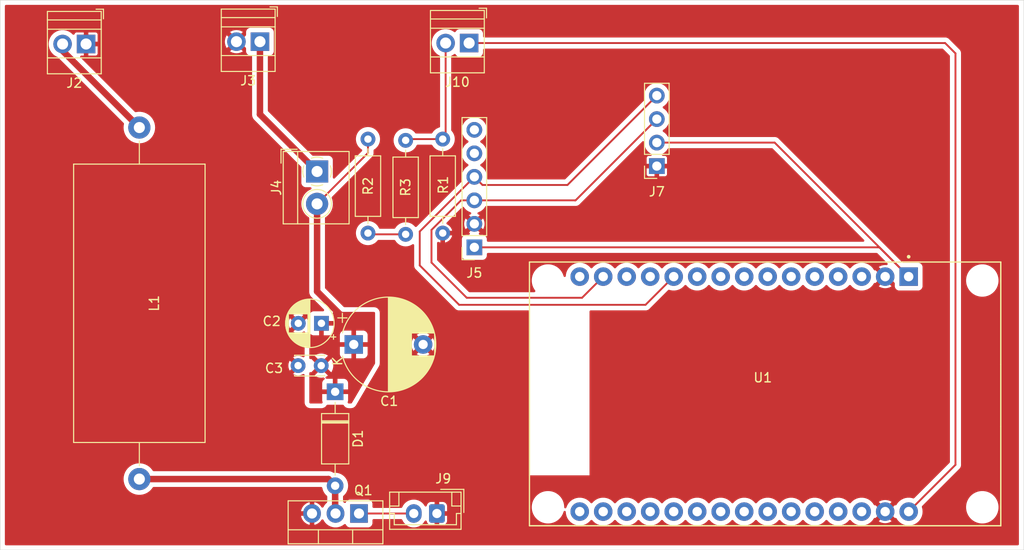
<source format=kicad_pcb>
(kicad_pcb (version 20240108) (generator "pcbnew") (generator_version "8.0")
  (layers (0 "F.Cu" signal) (31 "B.Cu" signal) (34 "B.Paste" user) (35 "F.Paste" user) (36 "B.SilkS" user "B.Silkscreen") (37 "F.SilkS" user "F.Silkscreen") (38 "B.Mask" user) (39 "F.Mask" user) (44 "Edge.Cuts" user))
  (net 0 "")
  (net 1 "pwm")
  (net 2 "GND")
  (net 3 "INA_Vin-")
  (net 4 "Net-(D1-A)")
  (net 5 "I2C_Scl")
  (net 6 "I2C_Sda")
  (net 7 "3V3")
  (net 8 "Net-(J2-Pin_2)")
  (net 9 "INA_Vin+")
  (net 12 "12V")
  (net 13 "5.2V_feedback")
  (net 14 "Net-(R2-Pad2)")
  (footprint "Capacitor_THT:CP_Radial_D10.0mm_P7.50mm" (layer "F.Cu") (at 120.8823 83.28)
    (property "Reference" "C1" (at 3.831677 6.128 0) (layer "F.SilkS"))
    (property "Value" "100uF")
    (pad "1" thru_hole rect (at 0 0) (size 2 2) (drill 1) (layers "*.Cu" "*.Mask") (net 3 "INA_Vin-"))
    (pad "2" thru_hole circle (at 7.5 0) (size 2 2) (drill 1) (layers "*.Cu" "*.Mask") (net 2 "GND"))
  )
  (footprint "Package_TO_SOT_THT:TO-220-3_Vertical" (layer "F.Cu") (at 121.452 101.552 180)
    (property "Reference" "Q1" (at -0.468 2.492 0) (layer "F.SilkS"))
    (property "Value" "IRF740")
    (pad "1" thru_hole rect (at 0 0 180) (size 1.905 2) (drill 1.1) (layers "*.Cu" "*.Mask") (net 1 "pwm"))
    (pad "2" thru_hole oval (at 2.54 0 180) (size 1.905 2) (drill 1.1) (layers "*.Cu" "*.Mask") (net 4 "Net-(D1-A)"))
    (pad "3" thru_hole oval (at 5.08 0 180) (size 1.905 2) (drill 1.1) (layers "*.Cu" "*.Mask") (net 2 "GND"))
  )
  (footprint "TerminalBlock:TerminalBlock_Xinya_XY308-2.54-2P_1x02_P2.54mm_Horizontal" (layer "F.Cu") (at 110.744 50.546 180)
    (property "Reference" "J3" (at 1.27 -4.22 0) (layer "F.SilkS"))
    (property "Value" "Vo 48V")
    (pad "1" thru_hole rect (at 0 0 180) (size 2 2) (drill 1.2) (layers "*.Cu" "*.Mask") (net 9 "INA_Vin+"))
    (pad "2" thru_hole circle (at 2.54 0 180) (size 2 2) (drill 1.2) (layers "*.Cu" "*.Mask") (net 2 "GND"))
  )
  (footprint "Capacitor_THT:CP_Radial_D5.0mm_P2.50mm" (layer "F.Cu") (at 117.388 80.994 180)
    (property "Reference" "C2" (at 5.374 0.222 0) (layer "F.SilkS"))
    (property "Value" "22uF")
    (pad "1" thru_hole rect (at 0 0 180) (size 1.6 1.6) (drill 0.8) (layers "*.Cu" "*.Mask") (net 3 "INA_Vin-"))
    (pad "2" thru_hole circle (at 2.5 0 180) (size 1.6 1.6) (drill 0.8) (layers "*.Cu" "*.Mask") (net 2 "GND"))
  )
  (footprint "Diode_THT:D_A-405_P10.16mm_Horizontal" (layer "F.Cu") (at 118.872 88.392 -90)
    (property "Reference" "D1" (at 5.08 -2.47 90) (layer "F.SilkS"))
    (property "Value" "~")
    (fp_text user "K" (at -3.302 -0.254 90) (layer "F.SilkS"))
    (pad "1" thru_hole rect (at 0 0 270) (size 1.8 1.8) (drill 0.9) (layers "*.Cu" "*.Mask") (net 3 "INA_Vin-"))
    (pad "2" thru_hole oval (at 10.16 0 270) (size 1.8 1.8) (drill 0.9) (layers "*.Cu" "*.Mask") (net 4 "Net-(D1-A)"))
  )
  (footprint "TerminalBlock_4Ucon:TerminalBlock_4Ucon_1x02_P3.50mm_Horizontal" (layer "F.Cu") (at 116.92 64.58 -90)
    (property "Reference" "J4" (at 1.75 4.398 90) (layer "F.SilkS"))
    (property "Value" "INA219_01x02_Socket_3.5mm")
    (pad "1" thru_hole rect (at 0 0 270) (size 2.4 2.4) (drill 1.2) (layers "*.Cu" "*.Mask") (net 9 "INA_Vin+"))
    (pad "2" thru_hole circle (at 3.5 0 270) (size 2.4 2.4) (drill 1.2) (layers "*.Cu" "*.Mask") (net 3 "INA_Vin-"))
  )
  (footprint "footprints_and_symbols:MODULE_ESP32_DEVKIT_V1" (layer "F.Cu") (at 165.354 88.646 -90)
    (property "Reference" "U1" (at -1.778 0.254 0) (layer "F.SilkS"))
    (property "Value" "ESP32-DEVKIT-V1")
    (pad "" np_thru_hole circle (at -12.28 -23.475 270) (size 3 3) (drill 3) (layers "*.Cu" "*.Mask"))
    (pad "" np_thru_hole circle (at -12.28 23.475 270) (size 3 3) (drill 3) (layers "*.Cu" "*.Mask"))
    (pad "" np_thru_hole circle (at 12.23 -23.475 270) (size 3 3) (drill 3) (layers "*.Cu" "*.Mask"))
    (pad "" np_thru_hole circle (at 12.23 23.475 270) (size 3 3) (drill 3) (layers "*.Cu" "*.Mask"))
    (pad "1" thru_hole rect (at -12.7 -15.515 270) (size 2 2) (drill 1.02) (layers "*.Cu" "*.Mask") (net 7 "3V3"))
    (pad "2" thru_hole circle (at -12.7 -12.975 270) (size 2 2) (drill 1.02) (layers "*.Cu" "*.Mask") (net 2 "GND"))
    (pad "3" thru_hole circle (at -12.7 -10.435 270) (size 2 2) (drill 1.02) (layers "*.Cu" "*.Mask"))
    (pad "4" thru_hole circle (at -12.7 -7.895 270) (size 2 2) (drill 1.02) (layers "*.Cu" "*.Mask"))
    (pad "5" thru_hole circle (at -12.7 -5.355 270) (size 2 2) (drill 1.02) (layers "*.Cu" "*.Mask"))
    (pad "6" thru_hole circle (at -12.7 -2.815 270) (size 2 2) (drill 1.02) (layers "*.Cu" "*.Mask"))
    (pad "7" thru_hole circle (at -12.7 -0.275 270) (size 2 2) (drill 1.02) (layers "*.Cu" "*.Mask"))
    (pad "8" thru_hole circle (at -12.7 2.265 270) (size 2 2) (drill 1.02) (layers "*.Cu" "*.Mask"))
    (pad "9" thru_hole circle (at -12.7 4.805 270) (size 2 2) (drill 1.02) (layers "*.Cu" "*.Mask"))
    (pad "10" thru_hole circle (at -12.7 7.345 270) (size 2 2) (drill 1.02) (layers "*.Cu" "*.Mask"))
    (pad "11" thru_hole circle (at -12.7 9.885 270) (size 2 2) (drill 1.02) (layers "*.Cu" "*.Mask") (net 6 "I2C_Sda"))
    (pad "12" thru_hole circle (at -12.7 12.425 270) (size 2 2) (drill 1.02) (layers "*.Cu" "*.Mask"))
    (pad "13" thru_hole circle (at -12.7 14.965 270) (size 2 2) (drill 1.02) (layers "*.Cu" "*.Mask"))
    (pad "14" thru_hole circle (at -12.7 17.505 270) (size 2 2) (drill 1.02) (layers "*.Cu" "*.Mask") (net 5 "I2C_Scl"))
    (pad "15" thru_hole circle (at -12.7 20.045 270) (size 2 2) (drill 1.02) (layers "*.Cu" "*.Mask"))
    (pad "16" thru_hole circle (at 12.7 20.045 270) (size 2 2) (drill 1.02) (layers "*.Cu" "*.Mask"))
    (pad "17" thru_hole circle (at 12.7 17.505 270) (size 2 2) (drill 1.02) (layers "*.Cu" "*.Mask"))
    (pad "18" thru_hole circle (at 12.7 14.965 270) (size 2 2) (drill 1.02) (layers "*.Cu" "*.Mask"))
    (pad "19" thru_hole circle (at 12.7 12.425 270) (size 2 2) (drill 1.02) (layers "*.Cu" "*.Mask"))
    (pad "20" thru_hole circle (at 12.7 9.885 270) (size 2 2) (drill 1.02) (layers "*.Cu" "*.Mask"))
    (pad "21" thru_hole circle (at 12.7 7.345 270) (size 2 2) (drill 1.02) (layers "*.Cu" "*.Mask"))
    (pad "22" thru_hole circle (at 12.7 4.805 270) (size 2 2) (drill 1.02) (layers "*.Cu" "*.Mask"))
    (pad "23" thru_hole circle (at 12.7 2.265 270) (size 2 2) (drill 1.02) (layers "*.Cu" "*.Mask"))
    (pad "24" thru_hole circle (at 12.7 -0.275 270) (size 2 2) (drill 1.02) (layers "*.Cu" "*.Mask"))
    (pad "25" thru_hole circle (at 12.7 -2.815 270) (size 2 2) (drill 1.02) (layers "*.Cu" "*.Mask"))
    (pad "26" thru_hole circle (at 12.7 -5.355 270) (size 2 2) (drill 1.02) (layers "*.Cu" "*.Mask"))
    (pad "27" thru_hole circle (at 12.7 -7.895 270) (size 2 2) (drill 1.02) (layers "*.Cu" "*.Mask"))
    (pad "28" thru_hole circle (at 12.7 -10.435 270) (size 2 2) (drill 1.02) (layers "*.Cu" "*.Mask"))
    (pad "29" thru_hole circle (at 12.7 -12.975 270) (size 2 2) (drill 1.02) (layers "*.Cu" "*.Mask") (net 2 "GND"))
    (pad "30" thru_hole circle (at 12.7 -15.515 270) (size 2 2) (drill 1.02) (layers "*.Cu" "*.Mask") (net 12 "12V"))
    (zone (net 0) (net_name "") (layer "F.Cu") (connect_pads (clearance 0)) (min_thickness 0.01)
      (keepout (tracks not_allowed) (vias not_allowed) (pads not_allowed) (copperpour not_allowed) (footprints allowed))
      (fill (thermal_gap 0.508) (thermal_bridge_width 0.508))
      (polygon (pts (xy 146.369 79.736) (xy 146.369 97.426) (xy 139.879 97.426) (xy 139.879 79.736)))
    )
  )
  (footprint "Resistor_THT:R_Axial_DIN0207_L6.3mm_D2.5mm_P10.16mm_Horizontal" (layer "F.Cu") (at 126.492 71.374 90)
    (property "Reference" "R3" (at 5.08 0 90) (layer "F.SilkS"))
    (property "Value" "300")
    (pad "1" thru_hole circle (at 0 0 90) (size 1.6 1.6) (drill 0.8) (layers "*.Cu" "*.Mask") (net 14 "Net-(R2-Pad2)"))
    (pad "2" thru_hole oval (at 10.16 0 90) (size 1.6 1.6) (drill 0.8) (layers "*.Cu" "*.Mask") (net 13 "5.2V_feedback"))
  )
  (footprint "Connector_PinSocket_2.54mm:PinSocket_1x06_P2.54mm_Vertical" (layer "F.Cu") (at 133.92 72.78 180)
    (property "Reference" "J5" (at 0 -2.77 0) (layer "F.SilkS"))
    (property "Value" "INA219_01x06_Socket_2.55mm")
    (pad "1" thru_hole rect (at 0 0 180) (size 1.7 1.7) (drill 1) (layers "*.Cu" "*.Mask") (net 7 "3V3"))
    (pad "2" thru_hole oval (at 0 2.54 180) (size 1.7 1.7) (drill 1) (layers "*.Cu" "*.Mask") (net 2 "GND"))
    (pad "3" thru_hole oval (at 0 5.08 180) (size 1.7 1.7) (drill 1) (layers "*.Cu" "*.Mask") (net 5 "I2C_Scl"))
    (pad "4" thru_hole oval (at 0 7.62 180) (size 1.7 1.7) (drill 1) (layers "*.Cu" "*.Mask") (net 6 "I2C_Sda"))
    (pad "5" thru_hole oval (at 0 10.16 180) (size 1.7 1.7) (drill 1) (layers "*.Cu" "*.Mask"))
    (pad "6" thru_hole oval (at 0 12.7 180) (size 1.7 1.7) (drill 1) (layers "*.Cu" "*.Mask"))
  )
  (footprint "Inductor_THT:L_Axial_L29.9mm_D14.0mm_P38.00mm_Horizontal_Vishay_IHA-105" (layer "F.Cu") (at 97.706 59.83 -90)
    (property "Reference" "L1" (at 19 -1.608 90) (layer "F.SilkS"))
    (property "Value" "1.44mH")
    (pad "1" thru_hole circle (at 0 0 270) (size 2.4 2.4) (drill 1.2) (layers "*.Cu" "*.Mask") (net 8 "Net-(J2-Pin_2)"))
    (pad "2" thru_hole oval (at 38 0 270) (size 2.4 2.4) (drill 1.2) (layers "*.Cu" "*.Mask") (net 4 "Net-(D1-A)"))
  )
  (footprint "Resistor_THT:R_Axial_DIN0207_L6.3mm_D2.5mm_P10.16mm_Horizontal" (layer "F.Cu") (at 130.5 61.08 -90)
    (property "Reference" "R1" (at 4.96 -0.056 90) (layer "F.SilkS"))
    (property "Value" "10k")
    (pad "1" thru_hole circle (at 0 0 270) (size 1.6 1.6) (drill 0.8) (layers "*.Cu" "*.Mask") (net 13 "5.2V_feedback"))
    (pad "2" thru_hole oval (at 10.16 0 270) (size 1.6 1.6) (drill 0.8) (layers "*.Cu" "*.Mask") (net 2 "GND"))
  )
  (footprint "TerminalBlock:TerminalBlock_Xinya_XY308-2.54-2P_1x02_P2.54mm_Horizontal" (layer "F.Cu") (at 91.948 50.8 180)
    (property "Reference" "J2" (at 1.27 -4.22 0) (layer "F.SilkS"))
    (property "Value" "Vi 24V")
    (pad "1" thru_hole rect (at 0 0 180) (size 2 2) (drill 1.2) (layers "*.Cu" "*.Mask") (net 2 "GND"))
    (pad "2" thru_hole circle (at 2.54 0 180) (size 2 2) (drill 1.2) (layers "*.Cu" "*.Mask") (net 8 "Net-(J2-Pin_2)"))
  )
  (footprint "Resistor_THT:R_Axial_DIN0207_L6.3mm_D2.5mm_P10.16mm_Horizontal" (layer "F.Cu") (at 122.42 61.08 -90)
    (property "Reference" "R2" (at 5.08 -0.008 90) (layer "F.SilkS"))
    (property "Value" "82k")
    (pad "1" thru_hole circle (at 0 0 270) (size 1.6 1.6) (drill 0.8) (layers "*.Cu" "*.Mask") (net 3 "INA_Vin-"))
    (pad "2" thru_hole oval (at 10.16 0 270) (size 1.6 1.6) (drill 0.8) (layers "*.Cu" "*.Mask") (net 14 "Net-(R2-Pad2)"))
  )
  (footprint "TerminalBlock:TerminalBlock_Xinya_XY308-2.54-2P_1x02_P2.54mm_Horizontal" (layer "F.Cu") (at 133.355 50.696 180)
    (property "Reference" "J10" (at 1.27 -4.22 0) (layer "F.SilkS"))
    (property "Value" "Borne_CMD_Interface")
    (pad "1" thru_hole rect (at 0 0 180) (size 2 2) (drill 1.2) (layers "*.Cu" "*.Mask") (net 12 "12V"))
    (pad "2" thru_hole circle (at 2.54 0 180) (size 2 2) (drill 1.2) (layers "*.Cu" "*.Mask") (net 13 "5.2V_feedback"))
  )
  (footprint "Connector_PinSocket_2.54mm:PinSocket_1x04_P2.54mm_Vertical" (layer "F.Cu") (at 153.645 63.998 180)
    (property "Reference" "J7" (at 0 -2.77 0) (layer "F.SilkS"))
    (property "Value" "Display_01x04_Socket")
    (pad "1" thru_hole rect (at 0 0 180) (size 1.7 1.7) (drill 1) (layers "*.Cu" "*.Mask") (net 2 "GND"))
    (pad "2" thru_hole oval (at 0 2.54 180) (size 1.7 1.7) (drill 1) (layers "*.Cu" "*.Mask") (net 7 "3V3"))
    (pad "3" thru_hole oval (at 0 5.08 180) (size 1.7 1.7) (drill 1) (layers "*.Cu" "*.Mask") (net 5 "I2C_Scl"))
    (pad "4" thru_hole oval (at 0 7.62 180) (size 1.7 1.7) (drill 1) (layers "*.Cu" "*.Mask") (net 6 "I2C_Sda"))
  )
  (footprint "Capacitor_THT:C_Disc_D3.0mm_W2.0mm_P2.50mm" (layer "F.Cu") (at 117.368 85.566 180)
    (property "Reference" "C3" (at 5.1 -0.286 0) (layer "F.SilkS"))
    (property "Value" "2.2uF")
    (pad "1" thru_hole circle (at 0 0 180) (size 1.6 1.6) (drill 0.8) (layers "*.Cu" "*.Mask") (net 3 "INA_Vin-"))
    (pad "2" thru_hole circle (at 2.5 0 180) (size 1.6 1.6) (drill 0.8) (layers "*.Cu" "*.Mask") (net 2 "GND"))
  )
  (footprint "Connector_JST:JST_EH_B2B-EH-A_1x02_P2.50mm_Vertical" (layer "F.Cu") (at 129.872 101.552 180)
    (property "Reference" "J9" (at -0.684 3.762 0) (layer "F.SilkS"))
    (property "Value" "PWM_Connector")
    (pad "1" thru_hole roundrect (at 0 0 180) (size 1.7 2) (drill 1) (layers "*.Cu" "*.Mask") (roundrect_rratio 0.147059) (net 2 "GND"))
    (pad "2" thru_hole oval (at 2.5 0 180) (size 1.7 2) (drill 1) (layers "*.Cu" "*.Mask") (net 1 "pwm"))
  )
  (gr_rect (start 82.668 46.068) (end 193.32 105.494) (stroke (width 0.05)) (fill none) (layer "Edge.Cuts"))
  (segment (start 121.452 101.552) (end 127.372 101.552) (width 0.2) (layer "F.Cu") (net 1))
  (segment (start 122.42 61.08) (end 122.42 62.58) (width 0.2) (layer "F.Cu") (net 3))
  (segment (start 122.42 62.58) (end 116.92 68.08) (width 0.2) (layer "F.Cu") (net 3))
  (segment (start 116.92 77.55) (end 119.634 80.264) (width 0.7) (layer "F.Cu") (net 3))
  (segment (start 116.92 68.08) (end 116.92 77.55) (width 0.7) (layer "F.Cu") (net 3))
  (segment (start 118.15 97.83) (end 118.872 98.552) (width 0.7) (layer "F.Cu") (net 4))
  (segment (start 118.872 100.032) (end 118.912 100.072) (width 0.2) (layer "F.Cu") (net 4))
  (segment (start 118.872 98.552) (end 118.872 100.032) (width 0.7) (layer "F.Cu") (net 4))
  (segment (start 118.872 100.032) (end 118.872 101.512) (width 0.7) (layer "F.Cu") (net 4))
  (segment (start 97.706 97.83) (end 118.15 97.83) (width 0.7) (layer "F.Cu") (net 4))
  (segment (start 118.912 100.072) (end 118.912 101.552) (width 0.2) (layer "F.Cu") (net 4))
  (segment (start 132.484365 67.7) (end 129.286 70.898365) (width 0.2) (layer "F.Cu") (net 5))
  (segment (start 129.286 70.898365) (end 129.286 74.422) (width 0.2) (layer "F.Cu") (net 5))
  (segment (start 133.096 78.232) (end 145.563 78.232) (width 0.2) (layer "F.Cu") (net 5))
  (segment (start 129.286 74.422) (end 133.096 78.232) (width 0.2) (layer "F.Cu") (net 5))
  (segment (start 144.78 67.7) (end 133.92 67.7) (width 0.2) (layer "F.Cu") (net 5))
  (segment (start 145.563 78.232) (end 147.849 75.946) (width 0.2) (layer "F.Cu") (net 5))
  (segment (start 133.92 67.7) (end 132.484365 67.7) (width 0.2) (layer "F.Cu") (net 5))
  (segment (start 144.863 67.7) (end 144.78 67.7) (width 0.2) (layer "F.Cu") (net 5))
  (segment (start 153.645 58.918) (end 144.863 67.7) (width 0.2) (layer "F.Cu") (net 5))
  (segment (start 133.92 65.16) (end 128.016 71.064) (width 0.2) (layer "F.Cu") (net 6))
  (segment (start 128.016 71.064) (end 128.016 74.733685) (width 0.2) (layer "F.Cu") (net 6))
  (segment (start 152.421 78.994) (end 155.469 75.946) (width 0.2) (layer "F.Cu") (net 6))
  (segment (start 153.645 56.378) (end 143.983 66.04) (width 0.2) (layer "F.Cu") (net 6))
  (segment (start 132.276315 78.994) (end 152.421 78.994) (width 0.2) (layer "F.Cu") (net 6))
  (segment (start 143.983 66.04) (end 134.8 66.04) (width 0.2) (layer "F.Cu") (net 6))
  (segment (start 128.016 74.733685) (end 132.276315 78.994) (width 0.2) (layer "F.Cu") (net 6))
  (segment (start 134.8 66.04) (end 133.92 65.16) (width 0.2) (layer "F.Cu") (net 6))
  (segment (start 180.869 75.946) (end 177.703 72.78) (width 0.2) (layer "F.Cu") (net 7))
  (segment (start 166.381 61.458) (end 153.645 61.458) (width 0.2) (layer "F.Cu") (net 7))
  (segment (start 177.703 72.78) (end 133.92 72.78) (width 0.2) (layer "F.Cu") (net 7))
  (segment (start 180.869 75.946) (end 166.381 61.458) (width 0.2) (layer "F.Cu") (net 7))
  (segment (start 97.706 59.83) (end 89.408 51.532) (width 0.7) (layer "F.Cu") (net 8))
  (segment (start 89.408 51.532) (end 89.408 50.8) (width 0.7) (layer "F.Cu") (net 8))
  (segment (start 110.744 58.404) (end 116.92 64.58) (width 0.7) (layer "F.Cu") (net 9))
  (segment (start 110.744 50.546) (end 110.744 58.404) (width 0.7) (layer "F.Cu") (net 9))
  (segment (start 185.928 51.816) (end 184.808 50.696) (width 0.2) (layer "F.Cu") (net 12))
  (segment (start 180.869 101.346) (end 185.928 96.287) (width 0.2) (layer "F.Cu") (net 12))
  (segment (start 184.808 50.696) (end 133.355 50.696) (width 0.2) (layer "F.Cu") (net 12))
  (segment (start 185.928 96.287) (end 185.928 51.816) (width 0.2) (layer "F.Cu") (net 12))
  (segment (start 126.626 61.08) (end 126.492 61.214) (width 0.2) (layer "F.Cu") (net 13))
  (segment (start 130.815 50.696) (end 130.815 60.765) (width 0.2) (layer "F.Cu") (net 13))
  (segment (start 130.815 60.765) (end 130.5 61.08) (width 0.2) (layer "F.Cu") (net 13))
  (segment (start 130.5 61.08) (end 126.626 61.08) (width 0.2) (layer "F.Cu") (net 13))
  (segment (start 126.492 71.374) (end 122.554 71.374) (width 0.2) (layer "F.Cu") (net 14))
  (segment (start 122.554 71.374) (end 122.42 71.24) (width 0.2) (layer "F.Cu") (net 14))
  (zone (net 2) (net_name "GND") (layer "F.Cu") (connect_pads thru_hole_only (clearance 0.5)) (min_thickness 0.25) (fill yes (thermal_gap 0.25) (thermal_bridge_width 0.5))
    (polygon (pts (xy 83.058 46.482) (xy 192.786 46.482) (xy 192.786 105.156) (xy 83.058 105.156)))
  )
  (zone (net 3) (net_name "INA_Vin-") (layer "F.Cu") (priority 1) (connect_pads (clearance 0.5)) (min_thickness 0.25) (fill yes (thermal_gap 0.5) (thermal_bridge_width 0.5))
    (polygon (pts (xy 123.19 79.756) (xy 123.19 85.344) (xy 120.65 89.662) (xy 116.078 89.662) (xy 116.078 79.756)))
  )
)
</source>
